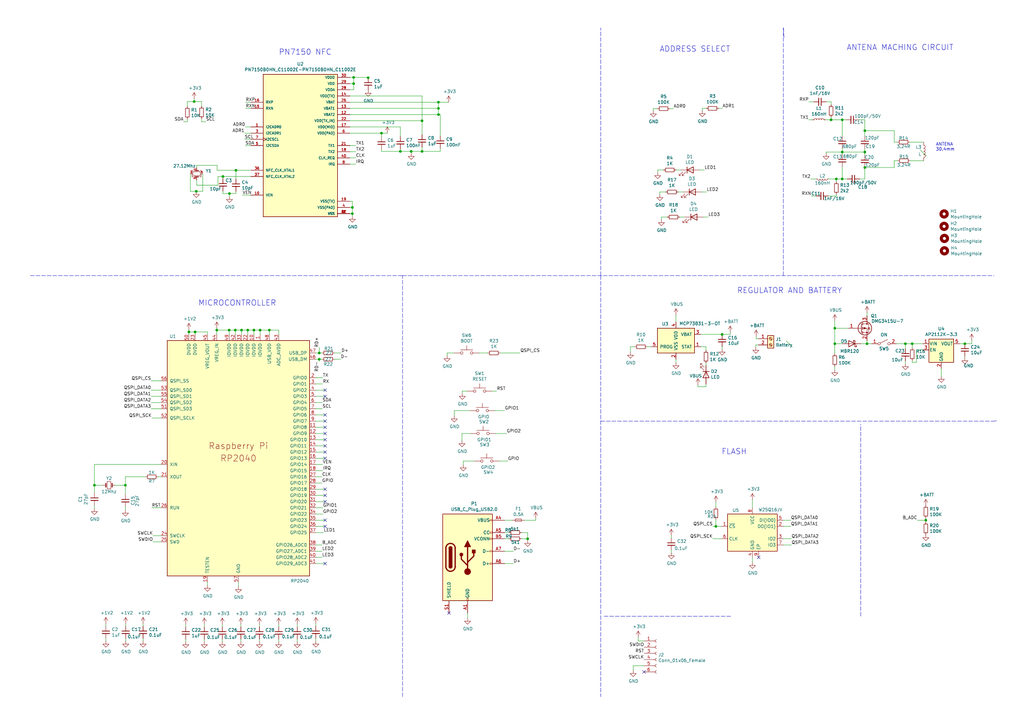
<source format=kicad_sch>
(kicad_sch (version 20211123) (generator eeschema)
  (paper "A3")
  (title_block (title "Hunter Cat NFC") (date "2020-10-05") (rev "1.2") (company "Electronic Cats") (comment 3 "Eduardo Contreras") (comment 4 "Andres Sabas"))
  (junction (at 77.47 136.144))
  (junction (at 343.027 73.406))
  (junction (at 179.832 44.45))
  (junction (at 216.408 220.98))
  (junction (at 144.526 87.63))
  (junction (at 342.392 140.97))
  (junction (at 104.14 135.382))
  (junction (at 164.211 62.103))
  (junction (at 156.464 54.61))
  (junction (at 145.034 34.29))
  (junction (at 345.44 49.149))
  (junction (at 168.656 62.103))
  (junction (at 51.435 199.009))
  (junction (at 293.624 215.9))
  (junction (at 345.44 62.357))
  (junction (at 96.52 135.382))
  (junction (at 354.711 62.357))
  (junction (at 91.44 72.39))
  (junction (at 374.142 140.97))
  (junction (at 296.164 137.16))
  (junction (at 340.868 49.149))
  (junction (at 345.44 73.406))
  (junction (at 110.49 135.382))
  (junction (at 96.774 69.85))
  (junction (at 379.73 213.36))
  (junction (at 94.107 79.375))
  (junction (at 79.629 41.656))
  (junction (at 342.392 134.62))
  (junction (at 151.003 31.877))
  (junction (at 179.832 46.99))
  (junction (at 354.711 68.707))
  (junction (at 130.937 147.32))
  (junction (at 371.348 140.97))
  (junction (at 80.01 136.144))
  (junction (at 80.518 78.486))
  (junction (at 99.06 135.382))
  (junction (at 130.937 144.78))
  (junction (at 395.732 140.97))
  (junction (at 144.526 85.09))
  (junction (at 145.034 31.75))
  (junction (at 173.101 49.53))
  (junction (at 179.832 41.91))
  (junction (at 355.6 140.97))
  (junction (at 38.735 199.009))
  (junction (at 173.101 62.103))
  (junction (at 354.711 53.594))
  (junction (at 101.6 135.382))
  (junction (at 106.68 135.382))
  (junction (at 88.9 135.382))
  (junction (at 93.98 135.382))
  (no_connect (at 133.35 160.02))
  (no_connect (at 133.35 162.56))
  (no_connect (at 133.35 200.66))
  (no_connect (at 133.35 203.2))
  (no_connect (at 133.35 205.74))
  (no_connect (at 133.35 213.36))
  (no_connect (at 133.35 215.9))
  (no_connect (at 133.35 185.42))
  (no_connect (at 133.35 187.96))
  (no_connect (at 133.35 170.18))
  (no_connect (at 133.35 172.72))
  (no_connect (at 133.35 175.26))
  (no_connect (at 133.35 177.8))
  (no_connect (at 133.35 180.34))
  (no_connect (at 133.35 182.88))
  (no_connect (at 264.16 275.59))
  (no_connect (at 184.15 251.46))
  (no_connect (at 133.35 231.14))
  (no_connect (at 311.15 228.6))
  (bus_entry (at 377.444 61.468) (size 2.54 2.54))
  (bus_entry (at 322.453 139.827) (size 2.54 2.54))
  (wire (pts (xy 287.401 137.16) (xy 296.164 137.16)))
  (wire (pts (xy 269.621 44.577) (xy 267.97 44.577)))
  (polyline (pts (xy 407.67 172.72) (xy 408.686 172.593)))
  (wire (pts (xy 173.101 62.103) (xy 180.594 62.103)))
  (wire (pts (xy 308.61 228.6) (xy 308.61 230.632)))
  (wire (pts (xy 345.44 49.149) (xy 345.44 55.88)))
  (wire (pts (xy 129.54 228.6) (xy 132.08 228.6)))
  (wire (pts (xy 286.893 69.723) (xy 288.925 69.723)))
  (wire (pts (xy 373.126 58.293) (xy 378.841 58.293)))
  (wire (pts (xy 143.51 49.53) (xy 173.101 49.53)))
  (wire (pts (xy 51.435 195.58) (xy 59.69 195.58)))
  (wire (pts (xy 98.806 262.128) (xy 98.806 263.144)))
  (wire (pts (xy 164.211 62.103) (xy 168.656 62.103)))
  (wire (pts (xy 143.51 41.91) (xy 179.832 41.91)))
  (wire (pts (xy 168.656 62.103) (xy 173.101 62.103)))
  (wire (pts (xy 51.562 256.794) (xy 51.562 255.778)))
  (wire (pts (xy 143.51 87.63) (xy 144.526 87.63)))
  (wire (pts (xy 83.82 257.048) (xy 83.82 256.032)))
  (wire (pts (xy 130.937 147.32) (xy 132.08 147.32)))
  (wire (pts (xy 275.336 225.679) (xy 275.336 226.695)))
  (wire (pts (xy 168.656 62.103) (xy 168.656 62.865)))
  (wire (pts (xy 88.9 135.382) (xy 88.9 134.62)))
  (wire (pts (xy 85.09 238.76) (xy 85.09 240.03)))
  (wire (pts (xy 151.003 31.75) (xy 151.003 31.877)))
  (wire (pts (xy 130.937 144.78) (xy 132.08 144.78)))
  (wire (pts (xy 296.164 137.16) (xy 299.466 137.16)))
  (polyline (pts (xy 321.31 113.03) (xy 321.31 11.43)))
  (wire (pts (xy 82.677 48.641) (xy 82.677 49.911)))
  (wire (pts (xy 129.54 167.64) (xy 132.207 167.64)))
  (wire (pts (xy 164.211 52.07) (xy 143.51 52.07)))
  (wire (pts (xy 293.624 208.026) (xy 293.624 205.994)))
  (wire (pts (xy 104.14 137.16) (xy 104.14 135.382)))
  (wire (pts (xy 357.505 140.97) (xy 355.6 140.97)))
  (wire (pts (xy 143.51 46.99) (xy 179.832 46.99)))
  (wire (pts (xy 289.56 142.24) (xy 289.56 143.764)))
  (wire (pts (xy 293.624 213.106) (xy 293.624 215.9)))
  (wire (pts (xy 143.51 54.61) (xy 156.464 54.61)))
  (wire (pts (xy 129.54 185.42) (xy 133.35 185.42)))
  (wire (pts (xy 275.336 220.599) (xy 275.336 219.583)))
  (wire (pts (xy 137.16 144.78) (xy 139.954 144.78)))
  (wire (pts (xy 66.04 167.64) (xy 61.976 167.64)))
  (wire (pts (xy 76.835 48.768) (xy 76.835 49.911)))
  (wire (pts (xy 366.776 58.293) (xy 368.046 58.293)))
  (wire (pts (xy 102.87 52.07) (xy 100.584 52.07)))
  (wire (pts (xy 375.92 148.59) (xy 374.142 148.59)))
  (wire (pts (xy 193.04 177.8) (xy 189.484 177.8)))
  (wire (pts (xy 271.272 89.027) (xy 271.272 90.043)))
  (wire (pts (xy 354.711 62.357) (xy 345.44 62.357)))
  (wire (pts (xy 145.034 34.29) (xy 145.034 31.75)))
  (polyline (pts (xy 353.06 215.4428) (xy 353.06 173.99)))
  (wire (pts (xy 129.54 157.48) (xy 132.334 157.48)))
  (wire (pts (xy 129.54 187.96) (xy 133.35 187.96)))
  (wire (pts (xy 340.868 49.149) (xy 338.455 49.149)))
  (wire (pts (xy 258.572 142.24) (xy 258.572 144.399)))
  (wire (pts (xy 129.54 162.56) (xy 133.35 162.56)))
  (wire (pts (xy 202.946 168.402) (xy 207.01 168.402)))
  (wire (pts (xy 354.711 53.594) (xy 366.776 53.594)))
  (wire (pts (xy 345.44 60.96) (xy 345.44 62.357)))
  (wire (pts (xy 371.348 148.082) (xy 371.348 149.098)))
  (wire (pts (xy 66.04 160.02) (xy 61.976 160.02)))
  (wire (pts (xy 143.51 34.29) (xy 145.034 34.29)))
  (wire (pts (xy 38.735 190.5) (xy 38.735 199.009)))
  (wire (pts (xy 343.027 73.406) (xy 339.852 73.406)))
  (wire (pts (xy 129.54 200.66) (xy 133.35 200.66)))
  (wire (pts (xy 207.01 220.98) (xy 208.788 220.98)))
  (wire (pts (xy 66.04 190.5) (xy 38.735 190.5)))
  (wire (pts (xy 321.31 223.52) (xy 324.612 223.52)))
  (wire (pts (xy 352.044 49.149) (xy 354.711 49.149)))
  (wire (pts (xy 83.185 78.486) (xy 80.518 78.486)))
  (wire (pts (xy 288.417 89.027) (xy 290.449 89.027)))
  (wire (pts (xy 342.392 134.62) (xy 342.392 131.572)))
  (wire (pts (xy 137.16 147.32) (xy 139.7 147.32)))
  (wire (pts (xy 91.44 78.359) (xy 91.44 79.375)))
  (wire (pts (xy 219.71 213.36) (xy 219.71 212.598)))
  (wire (pts (xy 204.724 189.103) (xy 208.28 189.103)))
  (wire (pts (xy 38.735 208.534) (xy 38.735 207.264)))
  (wire (pts (xy 355.6 140.97) (xy 353.187 140.97)))
  (wire (pts (xy 143.51 59.69) (xy 145.923 59.69)))
  (wire (pts (xy 89.408 72.39) (xy 91.44 72.39)))
  (wire (pts (xy 129.54 205.74) (xy 133.35 205.74)))
  (wire (pts (xy 96.774 73.406) (xy 96.774 69.85)))
  (wire (pts (xy 132.08 195.58) (xy 129.54 195.58)))
  (wire (pts (xy 99.06 137.16) (xy 99.06 135.382)))
  (wire (pts (xy 80.645 75.946) (xy 89.408 75.946)))
  (wire (pts (xy 76.2 257.048) (xy 76.2 256.032)))
  (wire (pts (xy 66.04 165.1) (xy 61.976 165.1)))
  (wire (pts (xy 91.186 257.048) (xy 91.186 256.032)))
  (wire (pts (xy 83.82 262.128) (xy 83.82 263.144)))
  (wire (pts (xy 179.832 46.99) (xy 179.832 44.45)))
  (polyline (pts (xy 299.72 252.73) (xy 247.65 252.73)))
  (wire (pts (xy 269.748 69.723) (xy 269.748 70.739)))
  (wire (pts (xy 342.392 150.241) (xy 342.392 151.638)))
  (wire (pts (xy 66.04 222.25) (xy 62.738 222.25)))
  (wire (pts (xy 129.54 203.2) (xy 133.35 203.2)))
  (wire (pts (xy 207.01 226.06) (xy 210.566 226.06)))
  (wire (pts (xy 66.04 162.56) (xy 61.976 162.56)))
  (wire (pts (xy 395.732 146.05) (xy 395.732 146.685)))
  (wire (pts (xy 286.258 158.623) (xy 286.258 157.861)))
  (wire (pts (xy 80.518 78.486) (xy 78.105 78.486)))
  (wire (pts (xy 259.715 273.05) (xy 259.715 274.955)))
  (wire (pts (xy 66.04 195.58) (xy 64.77 195.58)))
  (wire (pts (xy 43.434 256.794) (xy 43.434 255.778)))
  (wire (pts (xy 144.526 85.09) (xy 144.526 82.55)))
  (wire (pts (xy 88.9 135.382) (xy 93.98 135.382)))
  (wire (pts (xy 164.211 61.087) (xy 164.211 62.103)))
  (wire (pts (xy 310.007 141.478) (xy 310.007 142.367)))
  (wire (pts (xy 93.98 135.382) (xy 96.52 135.382)))
  (wire (pts (xy 311.023 138.938) (xy 310.134 138.938)))
  (wire (pts (xy 179.832 41.91) (xy 184.023 41.91)))
  (wire (pts (xy 66.04 219.71) (xy 62.738 219.71)))
  (wire (pts (xy 102.87 44.45) (xy 100.711 44.45)))
  (wire (pts (xy 287.401 142.24) (xy 289.56 142.24)))
  (wire (pts (xy 343.027 74.549) (xy 343.027 73.406)))
  (wire (pts (xy 143.51 62.23) (xy 145.923 62.23)))
  (wire (pts (xy 215.138 213.36) (xy 219.71 213.36)))
  (wire (pts (xy 129.54 231.14) (xy 133.35 231.14)))
  (wire (pts (xy 96.52 137.16) (xy 96.52 135.382)))
  (wire (pts (xy 343.027 79.629) (xy 343.027 80.391)))
  (wire (pts (xy 354.711 63.627) (xy 354.711 62.357)))
  (wire (pts (xy 114.3 135.382) (xy 110.49 135.382)))
  (wire (pts (xy 129.54 218.44) (xy 132.715 218.44)))
  (wire (pts (xy 288.036 44.45) (xy 288.036 45.339)))
  (wire (pts (xy 355.6 129.54) (xy 355.6 128.27)))
  (wire (pts (xy 102.87 54.61) (xy 100.33 54.61)))
  (wire (pts (xy 76.835 49.911) (xy 75.311 49.911)))
  (wire (pts (xy 354.711 73.406) (xy 354.711 68.707)))
  (polyline (pts (xy 321.31 11.43) (xy 321.564 15.367)))
  (wire (pts (xy 347.472 73.406) (xy 345.44 73.406)))
  (wire (pts (xy 76.835 41.656) (xy 79.629 41.656)))
  (wire (pts (xy 216.408 220.98) (xy 216.408 221.615)))
  (wire (pts (xy 66.04 156.21) (xy 61.976 156.21)))
  (wire (pts (xy 287.782 78.74) (xy 289.814 78.74)))
  (wire (pts (xy 299.466 137.16) (xy 299.466 136.271)))
  (wire (pts (xy 129.54 213.36) (xy 133.35 213.36)))
  (wire (pts (xy 295.91 215.9) (xy 293.624 215.9)))
  (wire (pts (xy 333.375 49.149) (xy 331.724 49.149)))
  (wire (pts (xy 51.562 261.874) (xy 51.562 262.89)))
  (wire (pts (xy 121.92 262.128) (xy 121.92 263.144)))
  (wire (pts (xy 143.51 36.83) (xy 145.034 36.83)))
  (wire (pts (xy 143.51 67.31) (xy 145.923 67.31)))
  (wire (pts (xy 289.56 148.844) (xy 289.56 149.86)))
  (wire (pts (xy 156.464 62.103) (xy 164.211 62.103)))
  (wire (pts (xy 144.526 87.63) (xy 144.526 88.646)))
  (wire (pts (xy 129.54 208.28) (xy 132.461 208.28)))
  (wire (pts (xy 129.54 160.02) (xy 133.35 160.02)))
  (wire (pts (xy 121.92 257.048) (xy 121.92 256.032)))
  (wire (pts (xy 366.776 65.913) (xy 366.776 68.707)))
  (wire (pts (xy 106.426 257.048) (xy 106.426 256.032)))
  (wire (pts (xy 379.73 212.4202) (xy 379.73 213.36)))
  (wire (pts (xy 91.44 72.39) (xy 102.87 72.39)))
  (wire (pts (xy 340.868 49.149) (xy 345.44 49.149)))
  (wire (pts (xy 273.05 78.74) (xy 270.637 78.74)))
  (wire (pts (xy 156.464 54.61) (xy 156.464 56.134)))
  (wire (pts (xy 374.142 148.59) (xy 374.142 147.828)))
  (wire (pts (xy 101.6 135.382) (xy 104.14 135.382)))
  (wire (pts (xy 76.835 43.688) (xy 76.835 41.656)))
  (wire (pts (xy 261.747 261.366) (xy 261.747 262.89)))
  (wire (pts (xy 80.645 67.818) (xy 80.645 68.707)))
  (wire (pts (xy 145.034 36.83) (xy 145.034 34.29)))
  (wire (pts (xy 89.027 67.818) (xy 80.645 67.818)))
  (wire (pts (xy 96.52 135.382) (xy 99.06 135.382)))
  (wire (pts (xy 273.685 89.027) (xy 271.272 89.027)))
  (wire (pts (xy 276.225 44.577) (xy 274.701 44.577)))
  (wire (pts (xy 279.273 69.723) (xy 277.241 69.723)))
  (wire (pts (xy 321.31 215.9) (xy 324.358 215.9)))
  (wire (pts (xy 333.756 41.783) (xy 331.724 41.783)))
  (wire (pts (xy 129.54 261.874) (xy 129.54 262.89)))
  (polyline (pts (xy 246.38 172.72) (xy 407.67 172.72)))
  (wire (pts (xy 101.6 137.16) (xy 101.6 135.382)))
  (wire (pts (xy 93.98 137.16) (xy 93.98 135.382)))
  (wire (pts (xy 82.677 49.911) (xy 84.455 49.911)))
  (wire (pts (xy 277.241 132.08) (xy 277.241 129.159)))
  (wire (pts (xy 129.54 210.82) (xy 132.461 210.82)))
  (wire (pts (xy 340.868 41.783) (xy 338.836 41.783)))
  (wire (pts (xy 345.44 68.453) (xy 345.44 73.406)))
  (wire (pts (xy 186.309 144.78) (xy 183.388 144.78)))
  (wire (pts (xy 77.47 137.16) (xy 77.47 136.144)))
  (wire (pts (xy 310.134 138.938) (xy 310.134 137.922)))
  (wire (pts (xy 213.868 218.44) (xy 216.408 218.44)))
  (wire (pts (xy 66.04 208.28) (xy 62.23 208.28)))
  (wire (pts (xy 77.47 136.144) (xy 77.47 135.128)))
  (wire (pts (xy 51.435 209.169) (xy 51.435 207.899)))
  (wire (pts (xy 106.68 135.382) (xy 106.68 137.16)))
  (wire (pts (xy 130.937 148.209) (xy 130.937 147.32)))
  (wire (pts (xy 379.73 213.36) (xy 379.73 214.1728)))
  (polyline (pts (xy 246.38 113.03) (xy 246.38 11.43)))
  (wire (pts (xy 96.774 79.375) (xy 94.107 79.375)))
  (wire (pts (xy 129.54 144.78) (xy 130.937 144.78)))
  (wire (pts (xy 345.44 62.357) (xy 338.836 62.357)))
  (wire (pts (xy 375.92 143.51) (xy 375.92 148.59)))
  (wire (pts (xy 129.54 190.5) (xy 132.334 190.5)))
  (wire (pts (xy 129.54 147.32) (xy 130.937 147.32)))
  (wire (pts (xy 88.9 137.16) (xy 88.9 135.382)))
  (wire (pts (xy 272.161 69.723) (xy 269.748 69.723)))
  (wire (pts (xy 398.526 140.97) (xy 398.526 139.573)))
  (wire (pts (xy 395.732 140.97) (xy 398.526 140.97)))
  (wire (pts (xy 51.435 199.009) (xy 51.435 202.819)))
  (wire (pts (xy 201.803 160.401) (xy 203.708 160.401)))
  (wire (pts (xy 91.44 73.279) (xy 91.44 72.39)))
  (wire (pts (xy 82.677 41.656) (xy 82.677 43.561)))
  (wire (pts (xy 371.348 140.97) (xy 374.142 140.97)))
  (wire (pts (xy 114.3 257.048) (xy 114.3 256.032)))
  (wire (pts (xy 189.992 190.627) (xy 189.992 189.103)))
  (polyline (pts (xy 12.446 113.03) (xy 165.1 113.03)))
  (wire (pts (xy 367.665 140.97) (xy 371.348 140.97)))
  (wire (pts (xy 114.3 262.128) (xy 114.3 263.144)))
  (wire (pts (xy 343.027 80.391) (xy 339.725 80.391)))
  (wire (pts (xy 58.674 256.794) (xy 58.674 255.778)))
  (wire (pts (xy 144.526 87.63) (xy 144.526 85.09)))
  (wire (pts (xy 374.142 142.748) (xy 374.142 140.97)))
  (wire (pts (xy 321.31 213.36) (xy 324.358 213.36)))
  (wire (pts (xy 207.772 177.8) (xy 203.2 177.8)))
  (wire (pts (xy 173.101 60.325) (xy 173.101 62.103)))
  (wire (pts (xy 173.101 39.37) (xy 173.101 49.53)))
  (wire (pts (xy 293.624 215.9) (xy 292.354 215.9)))
  (wire (pts (xy 143.51 39.37) (xy 173.101 39.37)))
  (wire (pts (xy 79.629 41.656) (xy 82.677 41.656)))
  (wire (pts (xy 173.101 49.53) (xy 173.101 55.245)))
  (wire (pts (xy 267.97 44.577) (xy 267.97 45.466)))
  (wire (pts (xy 371.348 143.002) (xy 371.348 140.97)))
  (wire (pts (xy 345.44 62.357) (xy 345.44 63.373)))
  (wire (pts (xy 145.034 31.75) (xy 143.51 31.75)))
  (wire (pts (xy 144.526 82.55) (xy 143.51 82.55)))
  (wire (pts (xy 66.04 171.45) (xy 62.23 171.45)))
  (wire (pts (xy 340.868 48.006) (xy 340.868 49.149)))
  (wire (pts (xy 378.46 143.51) (xy 375.92 143.51)))
  (wire (pts (xy 129.54 177.8) (xy 133.35 177.8)))
  (wire (pts (xy 97.79 238.76) (xy 97.79 240.538)))
  (wire (pts (xy 129.54 193.04) (xy 132.334 193.04)))
  (wire (pts (xy 129.54 223.52) (xy 132.08 223.52)))
  (wire (pts (xy 104.14 135.382) (xy 106.68 135.382)))
  (wire (pts (xy 51.435 195.58) (xy 51.435 199.009)))
  (wire (pts (xy 342.392 140.97) (xy 342.392 134.62)))
  (wire (pts (xy 189.611 160.401) (xy 189.611 161.29)))
  (wire (pts (xy 102.87 41.91) (xy 100.711 41.91)))
  (wire (pts (xy 164.211 56.007) (xy 164.211 52.07)))
  (wire (pts (xy 354.711 68.707) (xy 366.776 68.707)))
  (wire (pts (xy 79.629 41.656) (xy 79.629 40.513)))
  (wire (pts (xy 129.54 226.06) (xy 132.08 226.06)))
  (wire (pts (xy 189.484 177.8) (xy 189.484 180.721)))
  (wire (pts (xy 94.107 79.375) (xy 94.107 80.518)))
  (polyline (pts (xy 246.38 113.03) (xy 246.38 285.75)))
  (wire (pts (xy 354.711 53.594) (xy 354.711 55.88)))
  (wire (pts (xy 270.637 78.74) (xy 270.637 79.756)))
  (wire (pts (xy 338.836 62.357) (xy 338.836 62.865)))
  (wire (pts (xy 58.674 261.874) (xy 58.674 262.89)))
  (wire (pts (xy 143.51 64.77) (xy 145.923 64.77)))
  (wire (pts (xy 342.392 140.97) (xy 342.392 145.161)))
  (wire (pts (xy 89.027 69.85) (xy 89.027 67.818)))
  (wire (pts (xy 334.645 80.391) (xy 332.74 80.391)))
  (wire (pts (xy 186.309 168.402) (xy 186.309 170.561)))
  (wire (pts (xy 102.87 57.15) (xy 100.33 57.15)))
  (wire (pts (xy 180.594 62.103) (xy 180.594 60.833)))
  (wire (pts (xy 96.774 78.486) (xy 96.774 79.375)))
  (wire (pts (xy 129.54 182.88) (xy 133.35 182.88)))
  (polyline (pts (xy 353.06 252.73) (xy 353.06 215.4428)))
  (wire (pts (xy 368.173 65.913) (xy 366.776 65.913)))
  (wire (pts (xy 129.54 180.34) (xy 133.35 180.34)))
  (wire (pts (xy 192.786 168.402) (xy 186.309 168.402)))
  (wire (pts (xy 106.426 262.128) (xy 106.426 263.144)))
  (wire (pts (xy 345.44 49.149) (xy 346.964 49.149)))
  (wire (pts (xy 89.027 69.85) (xy 96.774 69.85)))
  (wire (pts (xy 289.56 157.48) (xy 289.56 158.623)))
  (wire (pts (xy 110.49 135.382) (xy 106.68 135.382)))
  (wire (pts (xy 99.06 135.382) (xy 101.6 135.382)))
  (wire (pts (xy 38.735 199.009) (xy 42.164 199.009)))
  (wire (pts (xy 179.832 46.99) (xy 180.594 46.99)))
  (wire (pts (xy 129.54 175.26) (xy 133.35 175.26)))
  (wire (pts (xy 143.51 44.45) (xy 179.832 44.45)))
  (wire (pts (xy 145.034 31.75) (xy 151.003 31.75)))
  (polyline (pts (xy 165.1 285.75) (xy 165.1 113.03)))
  (wire (pts (xy 156.464 54.61) (xy 158.877 54.61)))
  (wire (pts (xy 354.711 62.357) (xy 354.711 60.96)))
  (wire (pts (xy 205.105 144.78) (xy 213.36 144.78)))
  (wire (pts (xy 76.2 262.128) (xy 76.2 263.144)))
  (wire (pts (xy 132.08 198.12) (xy 129.54 198.12)))
  (wire (pts (xy 295.91 220.98) (xy 292.354 220.98)))
  (wire (pts (xy 347.98 134.62) (xy 342.392 134.62)))
  (wire (pts (xy 129.54 154.94) (xy 132.334 154.94)))
  (wire (pts (xy 345.567 140.97) (xy 342.392 140.97)))
  (wire (pts (xy 85.09 137.16) (xy 85.09 136.144)))
  (wire (pts (xy 85.09 136.144) (xy 80.01 136.144)))
  (wire (pts (xy 345.44 73.406) (xy 343.027 73.406)))
  (wire (pts (xy 321.31 220.98) (xy 324.612 220.98)))
  (wire (pts (xy 114.3 137.16) (xy 114.3 135.382)))
  (wire (pts (xy 207.01 213.36) (xy 210.058 213.36)))
  (wire (pts (xy 179.832 44.45) (xy 179.832 41.91)))
  (wire (pts (xy 43.434 261.874) (xy 43.434 262.89)))
  (wire (pts (xy 280.162 78.74) (xy 278.13 78.74)))
  (wire (pts (xy 80.01 136.144) (xy 80.01 137.16)))
  (wire (pts (xy 289.56 158.623) (xy 286.258 158.623)))
  (wire (pts (xy 264.16 273.05) (xy 259.715 273.05)))
  (wire (pts (xy 129.54 172.72) (xy 133.35 172.72)))
  (wire (pts (xy 78.105 78.486) (xy 78.105 71.247)))
  (wire (pts (xy 102.87 59.69) (xy 100.584 59.69)))
  (wire (pts (xy 102.87 69.85) (xy 96.774 69.85)))
  (wire (pts (xy 102.87 80.01) (xy 99.441 80.01)))
  (polyline (pts (xy 165.1 113.03) (xy 407.67 113.03)))
  (wire (pts (xy 80.645 73.787) (xy 80.645 75.946)))
  (wire (pts (xy 196.469 144.78) (xy 200.025 144.78)))
  (wire (pts (xy 91.44 79.375) (xy 94.107 79.375)))
  (wire (pts (xy 354.711 49.149) (xy 354.711 53.594)))
  (wire (pts (xy 261.747 262.89) (xy 264.16 262.89)))
  (wire (pts (xy 156.464 61.214) (xy 156.464 62.103)))
  (wire (pts (xy 143.51 85.09) (xy 144.526 85.09)))
  (wire (pts (xy 207.01 231.14) (xy 210.566 231.14)))
  (wire (pts (xy 311.023 141.478) (xy 310.007 141.478)))
  (wire (pts (xy 83.185 71.247) (xy 83.185 78.486)))
  (wire (pts (xy 289.687 44.45) (xy 288.036 44.45)))
  (wire (pts (xy 352.552 73.406) (xy 354.711 73.406)))
  (wire (pts (xy 191.77 251.46) (xy 191.77 253.492)))
  (wire (pts (xy 267.081 142.24) (xy 265.43 142.24)))
  (wire (pts (xy 334.772 73.406) (xy 332.486 73.406)))
  (wire (pts (xy 213.868 220.98) (xy 216.408 220.98)))
  (wire (pts (xy 191.643 160.401) (xy 189.611 160.401)))
  (wire (pts (xy 129.54 256.794) (xy 129.54 255.778)))
  (wire (pts (xy 355.6 139.7) (xy 355.6 140.97)))
  (wire (pts (xy 340.868 42.926) (xy 340.868 41.783)))
  (wire (pts (xy 98.806 257.048) (xy 98.806 256.032)))
  (wire (pts (xy 91.186 262.128) (xy 91.186 263.144)))
  (wire (pts (xy 277.241 147.32) (xy 277.241 148.717)))
  (wire (pts (xy 378.46 140.97) (xy 374.142 140.97)))
  (wire (pts (xy 296.291 44.45) (xy 294.767 44.45)))
  (wire (pts (xy 296.164 142.24) (xy 296.164 143.129)))
  (wire (pts (xy 280.797 89.027) (xy 278.765 89.027)))
  (wire (pts (xy 129.54 170.18) (xy 133.35 170.18)))
  (wire (pts (xy 366.776 53.594) (xy 366.776 58.293)))
  (wire (pts (xy 379.73 213.36) (xy 376.1994 213.36)))
  (wire (pts (xy 373.253 65.913) (xy 378.841 65.913)))
  (wire (pts (xy 130.937 142.494) (xy 130.937 144.78)))
  (wire (pts (xy 260.35 142.24) (xy 258.572 142.24)))
  (wire (pts (xy 207.01 218.44) (xy 208.788 218.44)))
  (wire (pts (xy 89.408 75.946) (xy 89.408 72.39)))
  (wire (pts (xy 47.244 199.009) (xy 51.435 199.009)))
  (wire (pts (xy 308.61 208.28) (xy 308.61 204.978)))
  (wire (pts (xy 386.08 151.13) (xy 386.08 154.305)))
  (wire (pts (xy 216.408 218.44) (xy 216.408 220.98)))
  (wire (pts (xy 110.49 137.16) (xy 110.49 135.382)))
  (wire (pts (xy 180.594 46.99) (xy 180.594 55.753)))
  (wire (pts (xy 38.735 199.009) (xy 38.735 202.184)))
  (wire (pts (xy 129.54 165.1) (xy 132.207 165.1)))
  (wire (pts (xy 189.992 189.103) (xy 194.564 189.103)))
  (wire (pts (xy 183.388 144.78) (xy 183.388 145.796)))
  (wire (pts (xy 77.47 136.144) (xy 80.01 136.144)))
  (wire (pts (xy 129.54 215.9) (xy 133.35 215.9)))
  (wire (pts (xy 393.7 140.97) (xy 395.732 140.97)))
  (text "ADDRESS SELECT" (at 270.51 21.59 0) (effects (font (size 2.2606 2.2606)) (justify left bottom)))
  (text "PN7150 NFC" (at 114.3 22.86 0) (effects (font (size 2.2606 2.2606)) (justify left bottom)))
  (text "ANTENA MACHING CIRCUIT" (at 347.218 20.955 0) (effects (font (size 2.2606 2.2606)) (justify left bottom)))
  (text "REGULATOR AND BATTERY" (at 302.26 120.65 0) (effects (font (size 2.2606 2.2606)) (justify left bottom)))
  (text "MICROCONTROLLER" (at 81.28 125.73 0) (effects (font (size 2.2606 2.2606)) (justify left bottom)))
  (text "FLASH" (at 295.91 186.69 0) (effects (font (size 2.2606 2.2606)) (justify left bottom)))
  (text "ANTENA\n30.4mm\n" (at 383.794 62.103 0) (effects (font (size 1.27 1.27)) (justify left bottom)))
  (label "RXN" (at 332.74 80.391 180))
  (label "GPIO2" (at 132.461 210.82 0))
  (label "QSPI_DATA2" (at 324.612 220.98 0))
  (label "QSPI_SCK" (at 292.354 220.98 180))
  (label "QSPI_CS" (at 292.354 215.9 180))
  (label "D+" (at 210.566 231.14 0))
  (label "SDA" (at 75.311 49.911 180))
  (label "GPIO1" (at 132.461 208.28 0))
  (label "QSPI_DATA3" (at 324.612 223.52 0))
  (label "TX1" (at 145.923 59.69 0))
  (label "RXP" (at 331.724 41.783 180))
  (label "QSPI_CS" (at 61.976 156.21 180))
  (label "D+" (at 139.954 144.78 0))
  (label "TX2" (at 145.923 62.23 0))
  (label "LED1" (at 132.715 218.44 0))
  (label "QSPI_DATA0" (at 324.358 213.36 0))
  (label "RST" (at 264.16 267.97 180))
  (label "RST" (at 62.23 208.28 0))
  (label "B_ADC" (at 132.08 223.52 0))
  (label "RST" (at 203.708 160.401 0))
  (label "SWDIO" (at 62.738 222.25 180))
  (label "RXP" (at 100.711 41.91 0))
  (label "D-" (at 210.566 226.06 0))
  (label "ADR1" (at 296.291 44.45 0))
  (label "SWDIO" (at 264.16 265.43 180))
  (label "QSPI_CS" (at 213.36 144.78 0))
  (label "LED2" (at 132.08 226.06 0))
  (label "SWCLK" (at 264.16 270.51 180))
  (label "GPIO" (at 208.28 189.103 0))
  (label "D-" (at 139.7 147.32 0))
  (label "TX" (at 132.334 154.94 0))
  (label "SDA" (at 132.207 165.1 0))
  (label "ADR0" (at 276.225 44.577 0))
  (label "SWCLK" (at 62.738 219.71 180))
  (label "VEN" (at 99.441 80.01 0))
  (label "CLK" (at 132.08 195.58 0))
  (label "SCL" (at 100.33 57.15 0))
  (label "ADR0" (at 100.584 52.07 180))
  (label "RXN" (at 100.711 44.45 0))
  (label "B_ADC" (at 376.1994 213.36 180))
  (label "LED3" (at 132.08 228.6 0))
  (label "QSPI_DATA1" (at 324.358 215.9 0))
  (label "QSPI_DATA0" (at 61.976 160.02 180))
  (label "TX1" (at 331.724 49.149 180))
  (label "SCL" (at 132.207 167.64 0))
  (label "LED3" (at 290.449 89.027 0))
  (label "TX2" (at 332.486 73.406 180))
  (label "RX" (at 132.334 157.48 0))
  (label "GPIO" (at 132.08 198.12 0))
  (label "LED1" (at 288.925 69.723 0))
  (label "GPIO1" (at 207.01 168.402 0))
  (label "SDA" (at 100.584 59.69 0))
  (label "SCL" (at 84.455 49.911 0))
  (label "QSPI_SCK" (at 62.23 171.45 180))
  (label "QSPI_DATA3" (at 61.976 167.64 180))
  (label "VEN" (at 132.334 190.5 0))
  (label "CLK" (at 145.923 64.77 0))
  (label "QSPI_DATA2" (at 61.976 165.1 180))
  (label "RD+" (at 130.937 142.494 90))
  (label "ADR1" (at 100.33 54.61 180))
  (label "LED2" (at 289.814 78.74 0))
  (label "IRQ" (at 132.334 193.04 0))
  (label "GPIO2" (at 207.772 177.8 0))
  (label "QSPI_DATA1" (at 61.976 162.56 180))
  (label "IRQ" (at 145.923 67.31 0))
  (label "RD-" (at 130.937 148.209 270))
  (symbol (lib_id "power:GND") (at 144.526 88.646 0) (unit 1)
    (property "Reference" "#PWR07" (effects hide))
    (property "Value" "GND" (at 144.653 93.0402 0))
  )
  (symbol (lib_id "Device:C_Small") (at 96.774 75.946 0) (unit 1)
    (property "Reference" "C4" (at 99.1108 74.7776 0) (effects (justify left)))
    (property "Value" "10pF" (at 99.1108 77.089 0) (effects (justify left)))
    (property "Footprint" "Capacitor_SMD:C_0603_1608Metric_Pad1.05x0.95mm_HandSolder" (effects hide))
    (property "manf#" "885012007076" (effects hide))
    (property "provedor" "LCSC" (effects hide))
  )
  (symbol (lib_id "Device:C_Small") (at 91.44 75.819 0) (unit 1)
    (property "Reference" "C3" (at 92.456 74.041 0) (effects (justify left)))
    (property "Value" "10pF" (at 85.979 77.47 0) (effects (justify left)))
    (property "Footprint" "Capacitor_SMD:C_0603_1608Metric_Pad1.05x0.95mm_HandSolder" (effects hide))
    (property "manf#" "885012007076" (effects hide))
    (property "provedor" "LCSC" (effects hide))
  )
  (symbol (lib_id "Device:Crystal_GND24_Small") (at 80.645 71.247 270) (unit 1)
    (property "Reference" "Y1" (at 84.3026 70.0786 90) (effects (justify left)))
    (property "Value" "27.12Mhz" (at 70.993 68.072 90) (effects (justify left)))
    (property "Footprint" "Crystal:Crystal_SMD_2016-4Pin_2.0x1.6mm" (effects hide))
    (property "Datasheet" "https://www.mouser.mx/datasheet/2/122/ecx_1637-12794.pdf" (effects hide))
    (property "manf#" "520-271.2-6-37-JTNT" (effects hide))
    (property "provedor" "MOUSER" (effects hide))
    (property "LCSC#" "-" (effects hide))
  )
  (symbol (lib_id "power:GND") (at 94.107 80.518 0) (unit 1)
    (property "Reference" "#PWR06" (effects hide))
    (property "Value" "GND" (at 94.234 84.9122 0))
  )
  (symbol (lib_id "Device:C_Small") (at 173.101 57.785 0) (unit 1)
    (property "Reference" "C8" (at 175.4378 56.6166 0) (effects (justify left)))
    (property "Value" "1uF" (at 175.4378 58.928 0) (effects (justify left)))
    (property "Footprint" "Capacitor_SMD:C_0603_1608Metric_Pad1.05x0.95mm_HandSolder" (effects hide))
    (property "manf#" "885012207078" (effects hide))
    (property "provedor" "LCSC" (effects hide))
    (property "LCSC#" "C26413" (effects hide))
  )
  (symbol (lib_id "Device:C_Small") (at 156.464 58.674 0) (unit 1)
    (property "Reference" "C6" (at 158.8008 57.5056 0) (effects (justify left)))
    (property "Value" "1uF" (at 158.8008 59.817 0) (effects (justify left)))
    (property "Footprint" "Capacitor_SMD:C_0603_1608Metric_Pad1.05x0.95mm_HandSolder" (effects hide))
    (property "manf#" "885012207078" (effects hide))
    (property "provedor" "LCSC" (effects hide))
    (property "LCSC#" "C26413" (effects hide))
  )
  (symbol (lib_id "Device:C_Small") (at 164.211 58.547 0) (unit 1)
    (property "Reference" "C7" (at 166.5478 57.3786 0) (effects (justify left)))
    (property "Value" "100nF" (at 166.5478 59.69 0) (effects (justify left)))
    (property "Footprint" "Capacitor_SMD:C_0603_1608Metric_Pad1.05x0.95mm_HandSolder" (effects hide))
    (property "manf#" "885012207072" (effects hide))
    (property "provedor" "LCSC" (effects hide))
    (property "LCSC#" "C387984" (effects hide))
  )
  (symbol (lib_id "Device:C_Small") (at 180.594 58.293 0) (unit 1)
    (property "Reference" "C9" (at 182.9308 57.1246 0) (effects (justify left)))
    (property "Value" "100nF" (at 182.9308 59.436 0) (effects (justify left)))
    (property "Footprint" "Capacitor_SMD:C_0603_1608Metric_Pad1.05x0.95mm_HandSolder" (effects hide))
    (property "manf#" "885012207072" (effects hide))
    (property "provedor" "LCSC" (effects hide))
    (property "LCSC#" "C387984" (effects hide))
  )
  (symbol (lib_id "power:GND") (at 168.656 62.865 0) (unit 1)
    (property "Reference" "#PWR015" (effects hide))
    (property "Value" "GND" (at 168.783 67.2592 0))
  )
  (symbol (lib_id "Device:C_Small") (at 151.003 34.417 0) (unit 1)
    (property "Reference" "C5" (at 153.3398 33.2486 0) (effects (justify left)))
    (property "Value" "1uF" (at 153.3398 35.56 0) (effects (justify left)))
    (property "Footprint" "Capacitor_SMD:C_0603_1608Metric_Pad1.05x0.95mm_HandSolder" (effects hide))
    (property "manf#" "885012207078" (effects hide))
    (property "provedor" "LCSC" (effects hide))
    (property "LCSC#" "C26413" (effects hide))
  )
  (symbol (lib_id "power:GND") (at 151.003 36.957 0) (unit 1)
    (property "Reference" "#PWR08" (effects hide))
    (property "Value" "GND" (at 151.13 41.3512 0))
  )
  (symbol (lib_id "HunterCat-NFC-rescue:AP2112K-3.3-Regulator_Linear") (at 386.08 143.51 0) (unit 1)
    (property "Reference" "U4" (at 386.08 134.8232 0))
    (property "Value" "AP2112K-3.3" (at 386.08 137.1346 0))
    (property "Footprint" "Package_TO_SOT_SMD:SOT-23-5" (effects hide))
    (property "Datasheet" "https://www.diodes.com/assets/Datasheets/AP2112.pdf" (effects hide))
    (property "manf#" "AP2112K-3.3" (effects hide))
    (property "provedor" "MOUSER" (effects hide))
    (property "LCSC#" "-" (effects hide))
  )
  (symbol (lib_id "Device:C_Small") (at 336.296 41.783 270) (unit 1)
    (property "Reference" "C10" (at 336.296 35.9664 90))
    (property "Value" "1nF/16V" (at 336.296 38.2778 90))
    (property "Footprint" "Capacitor_SMD:C_0603_1608Metric_Pad1.05x0.95mm_HandSolder" (effects hide))
    (property "manf#" "CC0201JRX7R7BB102" (effects hide))
    (property "provedor" "MOUSER" (effects hide))
  )
  (symbol (lib_id "Device:C_Small") (at 349.504 49.149 270) (unit 1)
    (property "Reference" "C14" (at 352.171 50.165 90))
    (property "Value" "100pF/50V" (at 355.854 47.625 90))
    (property "Footprint" "Capacitor_SMD:C_0603_1608Metric_Pad1.05x0.95mm_HandSolder" (effects hide))
    (property "manf#" "06035A101JAT4A" (effects hide))
    (property "provedor" "MOUSER" (effects hide))
  )
  (symbol (lib_id "Device:C_Small") (at 345.44 58.42 0) (unit 1)
    (property "Reference" "C12" (at 341.63 56.896 0) (effects (justify left)))
    (property "Value" "680pF" (at 345.44 60.071 0) (effects (justify left)))
    (property "Footprint" "Capacitor_SMD:C_0603_1608Metric_Pad1.05x0.95mm_HandSolder" (effects hide))
    (property "manf#" "885012206107" (effects hide))
    (property "provedor" "MOUSER" (effects hide))
  )
  (symbol (lib_id "Device:C_Small") (at 354.711 58.42 0) (unit 1)
    (property "Reference" "C19" (at 354.965 60.071 0) (effects (justify left)))
    (property "Value" "120pF" (at 354.711 56.515 0) (effects (justify left)))
    (property "Footprint" "Capacitor_SMD:C_0603_1608Metric_Pad1.05x0.95mm_HandSolder" (effects hide))
    (property "manf#" "C0603C121J5GAC" (effects hide))
    (property "provedor" "LCSC" (effects hide))
  )
  (symbol (lib_id "Device:C_Small") (at 345.44 65.913 0) (unit 1)
    (property "Reference" "C13" (at 341.63 64.262 0) (effects (justify left)))
    (property "Value" "680pF" (at 345.694 64.135 0) (effects (justify left)))
    (property "Footprint" "Capacitor_SMD:C_0603_1608Metric_Pad1.05x0.95mm_HandSolder" (effects hide))
    (property "manf#" "885012206107" (effects hide))
    (property "provedor" "MOUSER" (effects hide))
  )
  (symbol (lib_id "Device:C_Small") (at 354.711 66.167 0) (unit 1)
    (property "Reference" "C20" (at 354.584 64.516 0) (effects (justify left)))
    (property "Value" "120pF" (at 354.838 67.691 0) (effects (justify left)))
    (property "Footprint" "Capacitor_SMD:C_0603_1608Metric_Pad1.05x0.95mm_HandSolder" (effects hide))
    (property "manf#" "C0603C121J5GAC" (effects hide))
    (property "provedor" "LCSC" (effects hide))
  )
  (symbol (lib_id "Device:C_Small") (at 350.012 73.406 270) (unit 1)
    (property "Reference" "C18" (at 353.822 76.708 90))
    (property "Value" "100pF/50V" (at 354.076 74.93 90))
    (property "Footprint" "Capacitor_SMD:C_0603_1608Metric_Pad1.05x0.95mm_HandSolder" (effects hide))
    (property "manf#" "06035A101JAT4A" (effects hide))
    (property "provedor" "MOUSER" (effects hide))
  )
  (symbol (lib_id "Device:C_Small") (at 337.185 80.391 270) (unit 1)
    (property "Reference" "C11" (at 334.645 79.375 90))
    (property "Value" "1nF/16V" (at 342.138 81.407 90))
    (property "Footprint" "Capacitor_SMD:C_0603_1608Metric_Pad1.05x0.95mm_HandSolder" (effects hide))
    (property "manf#" "CC0201JRX7R7BB102" (effects hide))
    (property "provedor" "MOUSER" (effects hide))
  )
  (symbol (lib_id "Device:L_Small") (at 337.312 73.406 270) (unit 1)
    (property "Reference" "L2" (at 337.312 72.136 90))
    (property "Value" "160nH" (at 337.312 75.057 90))
    (property "Footprint" "Inductor_SMD:L_0603_1608Metric_Pad1.05x0.95mm_HandSolder" (effects hide))
    (property "manf#" "MLJ1608WR16JT000" (effects hide))
    (property "LCSC#" "C434822" (effects hide))
    (property "provedor" "LCSC" (effects hide))
  )
  (symbol (lib_id "Device:L_Small") (at 335.915 49.149 90) (unit 1)
    (property "Reference" "L1" (at 335.915 44.45 90))
    (property "Value" "160nH" (at 335.915 46.7614 90))
    (property "Footprint" "Inductor_SMD:L_0603_1608Metric_Pad1.05x0.95mm_HandSolder" (effects hide))
    (property "manf#" "MLJ1608WR16JT000" (effects hide))
    (property "LCSC#" "C434822" (effects hide))
    (property "provedor" "LCSC" (effects hide))
  )
  (symbol (lib_id "Device:R_Small") (at 340.868 45.466 0) (unit 1)
    (property "Reference" "R11" (at 342.3666 44.2976 0) (effects (justify left)))
    (property "Value" "2k2" (at 342.3666 46.609 0) (effects (justify left)))
    (property "Footprint" "Resistor_SMD:R_0603_1608Metric_Pad1.05x0.95mm_HandSolder" (effects hide))
    (property "manf#" "RC0603JR-072K2L" (effects hide))
    (property "LCSC#" "C217937" (effects hide))
    (property "provedor" "LCSC" (effects hide))
  )
  (symbol (lib_id "Device:R_Small") (at 343.027 77.089 0) (unit 1)
    (property "Reference" "R13" (at 344.5256 75.9206 0) (effects (justify left)))
    (property "Value" "2k2" (at 344.5256 78.232 0) (effects (justify left)))
    (property "Footprint" "Resistor_SMD:R_0603_1608Metric_Pad1.05x0.95mm_HandSolder" (effects hide))
    (property "manf#" "RC0603JR-072K2L" (effects hide))
    (property "LCSC#" "C217937" (effects hide))
    (property "provedor" "LCSC" (effects hide))
  )
  (symbol (lib_id "Device:R_Small") (at 370.713 65.913 270) (unit 1)
    (property "Reference" "R15" (at 370.713 64.262 90))
    (property "Value" "3.24R" (at 370.713 67.691 90))
    (property "Footprint" "Resistor_SMD:R_0603_1608Metric_Pad1.05x0.95mm_HandSolder" (effects hide))
    (property "manf#" "RC0603FR-073R4L" (effects hide))
    (property "provedor" "MOUSER" (effects hide))
  )
  (symbol (lib_id "Device:R_Small") (at 370.586 58.293 270) (unit 1)
    (property "Reference" "R14" (at 370.586 56.642 90))
    (property "Value" "3.24R" (at 370.586 60.071 90))
    (property "Footprint" "Resistor_SMD:R_0603_1608Metric_Pad1.05x0.95mm_HandSolder" (effects hide))
    (property "manf#" "RC0603FR-073R4L" (effects hide))
    (property "provedor" "MOUSER" (effects hide))
  )
  (symbol (lib_id "power:+3V3") (at 158.877 54.61 0) (unit 1)
    (property "Reference" "#PWR09" (effects hide))
    (property "Value" "+3V3" (at 159.258 50.2158 0))
  )
  (symbol (lib_id "Device:R_Small") (at 76.835 46.228 0) (unit 1)
    (property "Reference" "R1" (at 78.3336 45.0596 0) (effects (justify left)))
    (property "Value" "10K" (at 78.3336 47.371 0) (effects (justify left)))
    (property "Footprint" "Resistor_SMD:R_0603_1608Metric_Pad1.05x0.95mm_HandSolder" (effects hide))
    (property "manf#" "-" (effects hide))
    (property "LCSC#" "C15401" (effects hide))
    (property "provedor" "LCSC" (effects hide))
  )
  (symbol (lib_id "Device:R_Small") (at 82.677 46.101 0) (unit 1)
    (property "Reference" "R2" (at 84.1756 44.9326 0) (effects (justify left)))
    (property "Value" "10K" (at 84.1756 47.244 0) (effects (justify left)))
    (property "Footprint" "Resistor_SMD:R_0603_1608Metric_Pad1.05x0.95mm_HandSolder" (effects hide))
    (property "manf#" "-" (effects hide))
    (property "LCSC#" "C15401" (effects hide))
    (property "provedor" "LCSC" (effects hide))
  )
  (symbol (lib_id "power:GND") (at 338.836 62.865 0) (unit 1)
    (property "Reference" "#PWR025" (effects hide))
    (property "Value" "GND" (at 338.963 67.2592 0))
  )
  (symbol (lib_id "power:+3V3") (at 79.629 40.513 0) (unit 1)
    (property "Reference" "#PWR02" (effects hide))
    (property "Value" "+3V3" (at 80.01 36.1188 0))
  )
  (symbol (lib_id "Switch:SW_Push") (at 196.723 160.401 0) (unit 1)
    (property "Reference" "SW1" (at 196.723 153.162 0))
    (property "Value" "RESET" (at 196.723 155.4734 0))
    (property "Footprint" "Button_Switch_SMD:SW_SPST_TL3342" (effects hide))
    (property "manf#" "-" (effects hide))
    (property "LCSC#" "C318890" (effects hide))
    (property "provedor" "LCSC" (effects hide))
  )
  (symbol (lib_id "Device:LED") (at 283.083 69.723 0) (unit 1)
    (property "Reference" "D1" (at 282.9052 64.2366 0))
    (property "Value" "LED" (at 282.9052 66.548 0))
    (property "Footprint" "LED_SMD:LED_0805_2012Metric_Pad1.15x1.40mm_HandSolder" (effects hide))
    (property "manf#" "-" (effects hide))
    (property "provedor" "LCSC" (effects hide))
    (property "LCSC#" "C130114" (effects hide))
  )
  (symbol (lib_id "Device:R_Small") (at 274.701 69.723 270) (unit 1)
    (property "Reference" "R4" (at 274.701 64.7446 90))
    (property "Value" "1K" (at 274.701 67.056 90))
    (property "Footprint" "Resistor_SMD:R_0603_1608Metric_Pad1.05x0.95mm_HandSolder" (effects hide))
    (property "manf#" "CRCW08051K50FKEAC" (effects hide))
    (property "LCSC#" "C517454" (effects hide))
    (property "provedor" "LCSC" (effects hide))
  )
  (symbol (lib_id "power:GND") (at 269.748 70.739 0) (unit 1)
    (property "Reference" "#PWR011" (effects hide))
    (property "Value" "GND" (at 269.875 75.1332 0))
  )
  (symbol (lib_id "power:GND") (at 189.611 161.29 0) (unit 1)
    (property "Reference" "#PWR013" (effects hide))
    (property "Value" "GND" (at 189.738 165.6842 0))
  )
  (symbol (lib_id "Device:R_Small") (at 272.161 44.577 270) (unit 1)
    (property "Reference" "R5" (at 272.161 39.5986 90))
    (property "Value" "100K" (at 272.161 41.91 90))
    (property "Footprint" "Resistor_SMD:R_0603_1608Metric_Pad1.05x0.95mm_HandSolder" (effects hide))
    (property "manf#" "ERJ6RBD1003V" (effects hide))
    (property "LCSC#" "C15458" (effects hide))
    (property "provedor" "LCSC" (effects hide))
  )
  (symbol (lib_id "power:GND") (at 267.97 45.466 0) (unit 1)
    (property "Reference" "#PWR012" (effects hide))
    (property "Value" "GND" (at 268.097 49.8602 0))
  )
  (symbol (lib_id "Device:R_Small") (at 292.227 44.45 270) (unit 1)
    (property "Reference" "R3" (at 292.227 39.4716 90))
    (property "Value" "100K" (at 292.227 41.783 90))
    (property "Footprint" "Resistor_SMD:R_0603_1608Metric_Pad1.05x0.95mm_HandSolder" (effects hide))
    (property "manf#" "ERJ6RBD1003V" (effects hide))
    (property "LCSC#" "C15458" (effects hide))
    (property "provedor" "LCSC" (effects hide))
  )
  (symbol (lib_id "power:GND") (at 288.036 45.339 0) (unit 1)
    (property "Reference" "#PWR010" (effects hide))
    (property "Value" "GND" (at 288.163 49.7332 0))
  )
  (symbol (lib_id "Device:L") (at 378.841 62.103 0) (unit 1)
    (property "Reference" "L3" (at 375.539 60.325 0) (effects (justify left)))
    (property "Value" "L" (at 376.682 63.246 0) (effects (justify left)))
    (property "Footprint" "hunter-cat-nfc:NFC-antenna30.4x30.4mm" (effects hide))
    (property "LCSC#" "-" (effects hide))
    (property "manf#" "-" (effects hide))
    (property "provedor" "-" (effects hide))
  )
  (symbol (lib_id "power:GND") (at 386.08 154.305 0) (unit 1)
    (property "Reference" "#PWR031" (effects hide))
    (property "Value" "GND" (at 386.207 158.6992 0))
  )
  (symbol (lib_id "power:+3V3") (at 398.526 139.573 0) (unit 1)
    (property "Reference" "#PWR033" (effects hide))
    (property "Value" "+3V3" (at 398.907 135.1788 0))
  )
  (symbol (lib_id "power:VBUS") (at 342.392 131.572 0) (unit 1)
    (property "Reference" "#PWR029" (effects hide))
    (property "Value" "VBUS" (at 342.773 127.1778 0))
  )
  (symbol (lib_id "HunterCat-NFC-rescue:USB_C_Plug_USB2.0-Connector") (at 191.77 228.6 0) (unit 1)
    (property "Reference" "P1" (at 194.4878 206.5782 0))
    (property "Value" "USB_C_Plug_USB2.0" (at 194.4878 208.8896 0))
    (property "Footprint" "Connectors:C393939" (effects hide))
    (property "Datasheet" "https://www.usb.org/sites/default/files/documents/usb_type-c.zip" (effects hide))
    (property "manf#" "-" (effects hide))
    (property "LCSC#" "C393939" (effects hide))
    (property "provedor" "LCSC" (effects hide))
  )
  (symbol (lib_id "power:GND") (at 191.77 253.492 0) (unit 1)
    (property "Reference" "#PWR014" (effects hide))
    (property "Value" "GND" (at 191.897 257.8862 0))
  )
  (symbol (lib_id "Device:Fuse_Small") (at 212.598 213.36 0) (unit 1)
    (property "Reference" "F1" (at 212.598 208.661 0))
    (property "Value" "0.5A" (at 212.598 210.9724 0))
    (property "Footprint" "Fuse:Fuse_0603_1608Metric_Pad1.05x0.95mm_HandSolder" (effects hide))
    (property "manf#" "MFU0805FF00500P100" (effects hide))
    (property "provedor" "MOUSER" (effects hide))
    (property "LCSC#" "-" (effects hide))
  )
  (symbol (lib_id "power:VBUS") (at 219.71 212.598 0) (unit 1)
    (property "Reference" "#PWR021" (effects hide))
    (property "Value" "VBUS" (at 220.091 208.2038 0))
  )
  (symbol (lib_id "Device:R_Small") (at 211.328 218.44 270) (unit 1)
    (property "Reference" "R8" (at 208.407 217.424 90))
    (property "Value" "5k1" (at 211.201 216.916 90))
    (property "Footprint" "Resistor_SMD:R_0603_1608Metric_Pad1.05x0.95mm_HandSolder" (effects hide))
    (property "manf#" "CR0805-FX-5101ELF" (effects hide))
    (property "LCSC#" "C131715" (effects hide))
    (property "provedor" "LCSC" (effects hide))
  )
  (symbol (lib_id "Device:R_Small") (at 211.328 220.98 270) (unit 1)
    (property "Reference" "R9" (at 208.661 219.964 90))
    (property "Value" "5k1" (at 211.455 222.377 90))
    (property "Footprint" "Resistor_SMD:R_0603_1608Metric_Pad1.05x0.95mm_HandSolder" (effects hide))
    (property "manf#" "CR0805-FX-5101ELF" (effects hide))
    (property "LCSC#" "C131715" (effects hide))
    (property "provedor" "LCSC" (effects hide))
  )
  (symbol (lib_id "power:GND") (at 216.408 221.615 0) (unit 1)
    (property "Reference" "#PWR020" (effects hide))
    (property "Value" "GND" (at 216.535 226.0092 0))
  )
  (symbol (lib_id "Battery_Management:MCP73831-3-OT") (at 277.241 139.7 0) (unit 1)
    (property "Reference" "U3" (at 272.796 132.842 0))
    (property "Value" "MCP73831-3-OT" (at 287.02 132.715 0))
    (property "Footprint" "Package_TO_SOT_SMD:SOT-23-5" (effects hide))
    (property "Datasheet" "http://ww1.microchip.com/downloads/en/DeviceDoc/20001984g.pdf" (effects hide))
    (property "manf#" "MCP73831-3-OT" (effects hide))
    (property "provedor" "MOUSER" (effects hide))
    (property "LCSC#" "-" (effects hide))
  )
  (symbol (lib_id "Device:R_Small") (at 262.89 142.24 270) (unit 1)
    (property "Reference" "R10" (at 262.89 137.2616 90))
    (property "Value" "1K" (at 262.89 139.573 90))
    (property "Footprint" "Resistor_SMD:R_0603_1608Metric_Pad1.05x0.95mm_HandSolder" (effects hide))
    (property "manf#" "CRCW08051K50FKEAC" (effects hide))
    (property "LCSC#" "C517454" (effects hide))
    (property "provedor" "LCSC" (effects hide))
  )
  (symbol (lib_id "Device:R_Small") (at 379.73 209.8802 0) (unit 1)
    (property "Reference" "R19" (at 381.2286 208.7118 0) (effects (justify left)))
    (property "Value" "100K" (at 381.2286 211.0232 0) (effects (justify left)))
    (property "Footprint" "Resistor_SMD:R_0603_1608Metric_Pad1.05x0.95mm_HandSolder" (effects hide))
    (property "manf#" "ERJ6RBD1003V" (effects hide))
    (property "LCSC#" "C15458" (effects hide))
    (property "provedor" "LCSC" (effects hide))
  )
  (symbol (lib_id "Device:R_Small") (at 379.73 216.7128 0) (unit 1)
    (property "Reference" "R20" (at 381.2286 215.5444 0) (effects (justify left)))
    (property "Value" "100K" (at 381.2286 217.8558 0) (effects (justify left)))
    (property "Footprint" "Resistor_SMD:R_0603_1608Metric_Pad1.05x0.95mm_HandSolder" (effects hide))
    (property "manf#" "ERJ6RBD1003V" (effects hide))
    (property "LCSC#" "C15458" (effects hide))
    (property "provedor" "LCSC" (effects hide))
  )
  (symbol (lib_id "power:GND") (at 277.241 148.717 0) (unit 1)
    (property "Reference" "#PWR024" (effects hide))
    (property "Value" "GND" (at 277.368 153.1112 0))
  )
  (symbol (lib_id "power:VBUS") (at 277.241 129.159 0) (unit 1)
    (property "Reference" "#PWR023" (effects hide))
    (property "Value" "VBUS" (at 277.622 124.7648 0))
  )
  (symbol (lib_id "power:+BATT") (at 379.73 207.3402 0) (unit 1)
    (property "Reference" "#PWR0107" (effects hide))
    (property "Value" "+BATT" (at 380.111 202.946 0))
  )
  (symbol (lib_id "power:GND") (at 379.73 219.2528 0) (unit 1)
    (property "Reference" "#PWR0108" (effects hide))
    (property "Value" "GND" (at 379.857 223.647 0))
  )
  (symbol (lib_id "Device:LED") (at 289.56 153.67 270) (unit 1)
    (property "Reference" "D2" (at 291.5412 152.3238 90) (effects (justify left)))
    (property "Value" "LED" (at 291.5412 154.6352 90) (effects (justify left)))
    (property "Footprint" "LED_SMD:LED_0805_2012Metric_Pad1.15x1.40mm_HandSolder" (effects hide))
    (property "manf#" "-" (effects hide))
    (property "provedor" "LCSC" (effects hide))
    (property "LCSC#" "C205441" (effects hide))
  )
  (symbol (lib_id "Device:R_Small") (at 289.56 146.304 0) (unit 1)
    (property "Reference" "R12" (at 291.0586 145.1356 0) (effects (justify left)))
    (property "Value" "1K" (at 291.0586 147.447 0) (effects (justify left)))
    (property "Footprint" "Resistor_SMD:R_0603_1608Metric_Pad1.05x0.95mm_HandSolder" (effects hide))
    (property "manf#" "CRCW08051K50FKEAC" (effects hide))
    (property "LCSC#" "C517454" (effects hide))
    (property "provedor" "LCSC" (effects hide))
  )
  (symbol (lib_id "power:VBUS") (at 286.258 157.861 0) (unit 1)
    (property "Reference" "#PWR026" (effects hide))
    (property "Value" "VBUS" (at 285.369 154.178 0))
  )
  (symbol (lib_id "Device:C_Small") (at 296.164 139.7 0) (unit 1)
    (property "Reference" "C16" (at 298.5008 138.5316 0) (effects (justify left)))
    (property "Value" "10uF" (at 298.5008 140.843 0) (effects (justify left)))
    (property "Footprint" "Capacitor_SMD:C_0603_1608Metric_Pad1.05x0.95mm_HandSolder" (effects hide))
    (property "manf#" "C0805C106K9PACTU" (effects hide))
    (property "provedor" "LCSC" (effects hide))
    (property "LCSC#" "C326057" (effects hide))
  )
  (symbol (lib_id "power:GND") (at 296.164 143.129 0) (unit 1)
    (property "Reference" "#PWR027" (effects hide))
    (property "Value" "GND" (at 296.291 147.5232 0))
  )
  (symbol (lib_id "power:+BATT") (at 299.466 136.271 0) (unit 1)
    (property "Reference" "#PWR028" (effects hide))
    (property "Value" "+BATT" (at 299.847 131.8768 0))
  )
  (symbol (lib_id "power:GND") (at 258.572 144.399 0) (unit 1)
    (property "Reference" "#PWR022" (effects hide))
    (property "Value" "GND" (at 258.699 148.7932 0))
  )
  (symbol (lib_id "Device:R_Small") (at 374.142 145.288 0) (unit 1)
    (property "Reference" "R16" (at 375.6406 144.1196 0) (effects (justify left)))
    (property "Value" "10K" (at 375.6406 146.431 0) (effects (justify left)))
    (property "Footprint" "Resistor_SMD:R_0603_1608Metric_Pad1.05x0.95mm_HandSolder" (effects hide))
    (property "manf#" "-" (effects hide))
    (property "LCSC#" "C15401" (effects hide))
    (property "provedor" "LCSC" (effects hide))
  )
  (symbol (lib_id "Device:C_Small") (at 371.348 145.542 0) (unit 1)
    (property "Reference" "C23" (at 367.157 143.891 0) (effects (justify left)))
    (property "Value" "10uF" (at 365.633 147.574 0) (effects (justify left)))
    (property "Footprint" "Capacitor_SMD:C_0603_1608Metric_Pad1.05x0.95mm_HandSolder" (effects hide))
    (property "manf#" "C0805C106K9PACTU" (effects hide))
    (property "provedor" "LCSC" (effects hide))
    (property "LCSC#" "C326057" (effects hide))
  )
  (symbol (lib_id "Device:C_Small") (at 395.732 143.51 0) (unit 1)
    (property "Reference" "C24" (at 398.0688 142.3416 0) (effects (justify left)))
    (property "Value" "10uF" (at 398.0688 144.653 0) (effects (justify left)))
    (property "Footprint" "Capacitor_SMD:C_0603_1608Metric_Pad1.05x0.95mm_HandSolder" (effects hide))
    (property "manf#" "C0805C106K9PACTU" (effects hide))
    (property "provedor" "LCSC" (effects hide))
    (property "LCSC#" "C326057" (effects hide))
  )
  (symbol (lib_id "power:GND") (at 371.348 149.098 0) (unit 1)
    (property "Reference" "#PWR030" (effects hide))
    (property "Value" "GND" (at 371.475 153.4922 0))
  )
  (symbol (lib_id "power:GND") (at 395.732 146.685 0) (unit 1)
    (property "Reference" "#PWR032" (effects hide))
    (property "Value" "GND" (at 397.256 149.987 0))
  )
  (symbol (lib_id "Connector:Screw_Terminal_01x02") (at 316.103 138.938 0) (unit 1)
    (property "Reference" "J1" (at 318.135 139.1412 0) (effects (justify left)))
    (property "Value" "Battery" (at 318.135 141.4526 0) (effects (justify left)))
    (property "Footprint" "Connector_PinSocket_2.54mm:PinSocket_2x01_P2.54mm_Vertical_SMD" (effects hide))
    (property "LCSC#" "-" (effects hide))
    (property "manf#" "-" (effects hide))
    (property "provedor" "-" (effects hide))
  )
  (symbol (lib_id "power:GND") (at 310.007 142.367 0) (unit 1)
    (property "Reference" "#PWR0101" (effects hide))
    (property "Value" "GND" (at 310.134 146.7612 0))
  )
  (symbol (lib_id "power:+BATT") (at 310.134 137.922 0) (unit 1)
    (property "Reference" "#PWR0102" (effects hide))
    (property "Value" "+BATT" (at 310.515 133.5278 0))
  )
  (symbol (lib_id "Device:LED") (at 283.972 78.74 0) (unit 1)
    (property "Reference" "D3" (at 283.7942 73.2536 0))
    (property "Value" "LED" (at 283.7942 75.565 0))
    (property "Footprint" "LED_SMD:LED_0805_2012Metric_Pad1.15x1.40mm_HandSolder" (effects hide))
    (property "manf#" "-" (effects hide))
    (property "provedor" "LCSC" (effects hide))
    (property "LCSC#" "C205442" (effects hide))
  )
  (symbol (lib_id "Device:R_Small") (at 275.59 78.74 270) (unit 1)
    (property "Reference" "R17" (at 275.59 73.7616 90))
    (property "Value" "1K" (at 275.59 76.073 90))
    (property "Footprint" "Resistor_SMD:R_0603_1608Metric_Pad1.05x0.95mm_HandSolder" (effects hide))
    (property "manf#" "CRCW08051K50FKEAC" (effects hide))
    (property "LCSC#" "C517454" (effects hide))
    (property "provedor" "LCSC" (effects hide))
  )
  (symbol (lib_id "power:GND") (at 270.637 79.756 0) (unit 1)
    (property "Reference" "#PWR0103" (effects hide))
    (property "Value" "GND" (at 270.764 84.1502 0))
  )
  (symbol (lib_id "Device:LED") (at 284.607 89.027 0) (unit 1)
    (property "Reference" "D4" (at 284.4292 83.5406 0))
    (property "Value" "LED" (at 284.4292 85.852 0))
    (property "Footprint" "LED_SMD:LED_0805_2012Metric_Pad1.15x1.40mm_HandSolder" (effects hide))
    (property "manf#" "-" (effects hide))
    (property "provedor" "LCSC" (effects hide))
    (property "LCSC#" "C84261" (effects hide))
  )
  (symbol (lib_id "Device:R_Small") (at 276.225 89.027 270) (unit 1)
    (property "Reference" "R18" (at 276.225 84.0486 90))
    (property "Value" "1K" (at 276.225 86.36 90))
    (property "Footprint" "Resistor_SMD:R_0603_1608Metric_Pad1.05x0.95mm_HandSolder" (effects hide))
    (property "manf#" "CRCW08051K50FKEAC" (effects hide))
    (property "LCSC#" "C517454" (effects hide))
    (property "provedor" "LCSC" (effects hide))
  )
  (symbol (lib_id "power:GND") (at 271.272 90.043 0) (unit 1)
    (property "Reference" "#PWR0104" (effects hide))
    (property "Value" "GND" (at 271.399 94.4372 0))
  )
  (symbol (lib_id "hunter-cat-nfc:PN7150B0HN_C11002E-PN7150B0HN_C11002E") (at 123.19 59.69 0) (unit 1)
    (property "Reference" "U2" (at 123.19 26.2382 0))
    (property "Value" "PN7150B0HN_C11002E-PN7150B0HN_C11002E" (at 123.19 28.5496 0))
    (property "Footprint" "Package_DFN_QFN:QFN-40-1EP_6x6mm_P0.5mm_EP4.6x4.6mm" (effects hide))
    (property "Datasheet" "https://www.mouser.mx/datasheet/2/302/PN7150-1386066.pdf" (effects hide))
    (property "manf#" "PN7150B0HN/C11002" (effects hide))
    (property "provedor" "MOUSER" (effects hide))
    (property "LCSC#" "-" (effects hide))
  )
  (symbol (lib_id "power:+3V3") (at 184.023 41.91 0) (unit 1)
    (property "Reference" "#PWR017" (effects hide))
    (property "Value" "+3V3" (at 184.404 37.5158 0))
  )
  (symbol (lib_id "power:GND") (at 80.518 78.486 0) (unit 1)
    (property "Reference" "#PWR0105" (effects hide))
    (property "Value" "GND" (at 80.645 82.8802 0))
  )
  (symbol (lib_id "Switch:SW_Push") (at 197.866 168.402 0) (unit 1)
    (property "Reference" "SW2" (at 198.501 172.974 0))
    (property "Value" "GPIO" (at 198.374 170.942 0))
    (property "Footprint" "Button_Switch_SMD:SW_SPST_TL3342" (effects hide))
    (property "manf#" "-" (effects hide))
    (property "LCSC#" "C318890" (effects hide))
    (property "provedor" "LCSC" (effects hide))
  )
  (symbol (lib_id "power:GND") (at 186.309 170.561 0) (unit 1)
    (property "Reference" "#PWR038" (effects hide))
    (property "Value" "GND" (at 186.436 174.9552 0))
  )
  (symbol (lib_id "Connector:Conn_01x06_Female") (at 269.24 267.97 0) (unit 1)
    (property "Reference" "J2" (at 269.9512 268.5796 0) (effects (justify left)))
    (property "Value" "Conn_01x06_Female" (at 269.9512 270.891 0) (effects (justify left)))
    (property "Footprint" "Connector:Tag-Connect_TC2030-IDC-NL_2x03_P1.27mm_Vertical" (effects hide))
    (property "LCSC#" "-" (effects hide))
    (property "manf#" "-" (effects hide))
    (property "provedor" "-" (effects hide))
  )
  (symbol (lib_id "power:+3V3") (at 261.747 261.366 0) (unit 1)
    (property "Reference" "#PWR019" (effects hide))
    (property "Value" "+3V3" (at 262.128 256.9718 0))
  )
  (symbol (lib_id "power:GND") (at 259.715 274.955 0) (unit 1)
    (property "Reference" "#PWR018" (effects hide))
    (property "Value" "GND" (at 259.842 279.3492 0))
  )
  (symbol (lib_id "Device:R_Small") (at 342.392 147.701 0) (unit 1)
    (property "Reference" "R6" (at 343.8906 146.5326 0) (effects (justify left)))
    (property "Value" "100K" (at 343.8906 148.844 0) (effects (justify left)))
    (property "Footprint" "Resistor_SMD:R_0603_1608Metric_Pad1.05x0.95mm_HandSolder" (effects hide))
    (property "manf#" "ERJ6RBD1003V" (effects hide))
    (property "LCSC#" "C15458" (effects hide))
    (property "provedor" "LCSC" (effects hide))
  )
  (symbol (lib_id "power:GND") (at 342.392 151.638 0) (unit 1)
    (property "Reference" "#PWR0106" (effects hide))
    (property "Value" "GND" (at 342.519 156.0322 0))
  )
  (symbol (lib_id "power:+BATT") (at 355.6 128.27 0) (unit 1)
    (property "Reference" "#PWR0109" (effects hide))
    (property "Value" "+BATT" (at 355.981 123.8758 0))
  )
  (symbol (lib_id "Diode:MBR340") (at 349.377 140.97 180) (unit 1)
    (property "Reference" "D5" (at 346.202 139.954 0))
    (property "Value" "MBR120" (at 348.488 144.018 0))
    (property "Footprint" "Diode_SMD:D_SOD-123F" (effects hide))
    (property "Datasheet" "http://www.onsemi.com/pub_link/Collateral/MBR340-D.PDF" (effects hide))
    (property "provedor" "LCSC" (effects hide))
    (property "LCSC#" "C723989" (effects hide))
    (property "manf#" "-" (effects hide))
  )
  (symbol (lib_id "Switch:SW_Push") (at 198.12 177.8 0) (unit 1)
    (property "Reference" "SW3" (at 198.755 182.372 0))
    (property "Value" "GPIO1" (at 198.628 180.34 0))
    (property "Footprint" "Button_Switch_SMD:SW_SPST_TL3342" (effects hide))
    (property "manf#" "-" (effects hide))
    (property "LCSC#" "C318890" (effects hide))
    (property "provedor" "LCSC" (effects hide))
  )
  (symbol (lib_id "power:GND") (at 189.484 180.721 0) (unit 1)
    (property "Reference" "#PWR0113" (effects hide))
    (property "Value" "GND" (at 189.611 185.1152 0))
  )
  (symbol (lib_id "power:GND") (at 189.992 190.627 0) (unit 1)
    (property "Reference" "#PWR0112" (effects hide))
    (property "Value" "GND" (at 190.119 195.0212 0))
  )
  (symbol (lib_id "Switch:SW_Push") (at 199.644 189.103 0) (unit 1)
    (property "Reference" "SW4" (at 200.279 193.675 0))
    (property "Value" "GPIO2" (at 200.152 191.643 0))
    (property "Footprint" "Button_Switch_SMD:SW_SPST_TL3342" (effects hide))
    (property "manf#" "-" (effects hide))
    (property "LCSC#" "C318890" (effects hide))
    (property "provedor" "LCSC" (effects hide))
  )
  (symbol (lib_id "Mechanical:MountingHole") (at 387.223 92.837 0) (unit 1)
    (property "Reference" "H2" (at 389.763 91.6686 0) (effects (justify left)))
    (property "Value" "MountingHole" (at 389.763 93.98 0) (effects (justify left)))
    (property "Footprint" "MountingHole:MountingHole_2.2mm_M2" (effects hide))
    (property "LCSC#" "-" (effects hide))
    (property "manf#" "-" (effects hide))
    (property "provedor" "-" (effects hide))
  )
  (symbol (lib_id "Mechanical:MountingHole") (at 387.35 97.79 0) (unit 1)
    (property "Reference" "H3" (at 389.89 96.6216 0) (effects (justify left)))
    (property "Value" "MountingHole" (at 389.89 98.933 0) (effects (justify left)))
    (property "Footprint" "MountingHole:MountingHole_2.2mm_M2" (effects hide))
    (property "LCSC#" "-" (effects hide))
    (property "manf#" "-" (effects hide))
    (property "provedor" "-" (effects hide))
  )
  (symbol (lib_id "Mechanical:MountingHole") (at 387.35 102.87 0) (unit 1)
    (property "Reference" "H4" (at 389.89 101.7016 0) (effects (justify left)))
    (property "Value" "MountingHole" (at 389.89 104.013 0) (effects (justify left)))
    (property "Footprint" "MountingHole:MountingHole_2.2mm_M2" (effects hide))
    (property "LCSC#" "-" (effects hide))
    (property "manf#" "-" (effects hide))
    (property "provedor" "-" (effects hide))
  )
  (symbol (lib_id "Mechanical:MountingHole") (at 387.223 87.757 0) (unit 1)
    (property "Reference" "H1" (at 389.763 86.5886 0) (effects (justify left)))
    (property "Value" "MountingHole" (at 389.763 88.9 0) (effects (justify left)))
    (property "Footprint" "MountingHole:MountingHole_2.2mm_M2" (effects hide))
    (property "LCSC#" "-" (effects hide))
    (property "manf#" "-" (effects hide))
    (property "provedor" "-" (effects hide))
  )
  (symbol (lib_id "Switch:SW_SPST") (at 362.585 140.97 0) (unit 1)
    (property "Reference" "SW5" (at 362.585 143.002 0))
    (property "Value" "ON" (at 362.585 137.3124 0))
    (property "Footprint" "hunter-cat-nfc:Micro_interruptor_SPDT" (effects hide))
    (property "LCSC#" "-" (effects hide))
    (property "manf#" "-" (effects hide))
    (property "provedor" "-" (effects hide))
  )
  (symbol (lib_id "Device:Q_PMOS_GSD") (at 353.06 134.62 0) (unit 1)
    (property "Reference" "Q1" (at 357.124 129.54 0) (effects (justify left)))
    (property "Value" "DMG3415U-7" (at 357.378 131.699 0) (effects (justify left)))
    (property "Footprint" "Package_TO_SOT_SMD:SOT-23" (effects hide))
    (property "Datasheet" "https://www.mouser.mx/datasheet/2/115/ds31735-64958.pdf" (effects hide))
    (property "LCSC#" "C96616" (effects hide))
    (property "manf#" "-" (effects hide))
    (property "provedor" "LCSC" (effects hide))
  )
  (symbol (lib_id "power:GND") (at 51.435 209.169 0) (unit 1)
    (property "Reference" "#PWR05" (effects hide))
    (property "Value" "GND" (at 51.562 213.5632 0))
  )
  (symbol (lib_id "power:GND") (at 183.388 145.796 0) (unit 1)
    (property "Reference" "#PWR058" (effects hide))
    (property "Value" "GND" (at 183.515 150.1902 0))
  )
  (symbol (lib_id "power:GND") (at 308.61 230.632 0) (unit 1)
    (property "Reference" "#PWR063" (effects hide))
    (property "Value" "GND" (at 308.737 235.0262 0))
  )
  (symbol (lib_id "power:+3V3") (at 98.806 256.032 0) (unit 1)
    (property "Reference" "#PWR048" (effects hide))
    (property "Value" "+3V3" (at 99.187 251.6378 0))
  )
  (symbol (lib_id "power:GND") (at 43.434 262.89 0) (unit 1)
    (property "Reference" "#PWR04" (effects hide))
    (property "Value" "GND" (at 43.561 267.2842 0))
  )
  (symbol (lib_id "Device:C_Small") (at 91.186 259.588 0) (unit 1)
    (property "Reference" "C26" (at 93.5228 258.4196 0) (effects (justify left)))
    (property "Value" "0.1uF" (at 91.948 261.366 0) (effects (justify left)))
    (property "Footprint" "Capacitor_SMD:C_0603_1608Metric" (effects hide))
    (property "Datasheet" "https://lcsc.com/product-detail/Multilayer-Ceramic-Capacitors-MLCC-SMD-SMT_YAGEO-CC0402ZRY5V7BB104_C106209.html" (effects hide))
    (property "manf#" "EC" (effects hide))
  )
  (symbol (lib_id "power:GND") (at 38.735 208.534 0) (unit 1)
    (property "Reference" "#PWR01" (effects hide))
    (property "Value" "GND" (at 38.862 212.9282 0))
  )
  (symbol (lib_id "power:+3V3") (at 114.3 256.032 0) (unit 1)
    (property "Reference" "#PWR052" (effects hide))
    (property "Value" "+3V3" (at 114.681 251.6378 0))
  )
  (symbol (lib_id "Device:Crystal_Small") (at 44.704 199.009 0) (unit 1)
    (property "Reference" "Y2" (at 44.704 196.1896 0))
    (property "Value" "12Mhz" (at 44.704 201.6506 0))
    (property "Footprint" "Crystal:Crystal_SMD_HC49-SD" (effects hide))
    (property "manf#" "ABLS-12.000MHZ-B4-T" (effects hide))
  )
  (symbol (lib_id "power:GND") (at 85.09 240.03 0) (unit 1)
    (property "Reference" "#PWR043" (effects hide))
    (property "Value" "GND" (at 85.217 244.4242 0))
  )
  (symbol (lib_id "Device:C_Small") (at 58.674 259.334 0) (unit 1)
    (property "Reference" "C21" (at 61.0108 258.1656 0) (effects (justify left)))
    (property "Value" "0.1uF" (at 61.0108 260.477 0) (effects (justify left)))
    (property "Footprint" "Capacitor_SMD:C_0603_1608Metric" (effects hide))
    (property "Datasheet" "https://lcsc.com/product-detail/Multilayer-Ceramic-Capacitors-MLCC-SMD-SMT_YAGEO-CC0402ZRY5V7BB104_C106209.html" (effects hide))
    (property "manf#" "EC" (effects hide))
  )
  (symbol (lib_id "Device:C_Small") (at 121.92 259.588 0) (unit 1)
    (property "Reference" "C30" (at 124.2568 258.4196 0) (effects (justify left)))
    (property "Value" "0.1uF" (at 122.936 261.366 0) (effects (justify left)))
    (property "Footprint" "Capacitor_SMD:C_0603_1608Metric" (effects hide))
    (property "Datasheet" "https://lcsc.com/product-detail/Multilayer-Ceramic-Capacitors-MLCC-SMD-SMT_YAGEO-CC0402ZRY5V7BB104_C106209.html" (effects hide))
    (property "manf#" "EC" (effects hide))
  )
  (symbol (lib_id "power:GND") (at 129.54 262.89 0) (unit 1)
    (property "Reference" "#PWR057" (effects hide))
    (property "Value" "GND" (at 129.667 267.2842 0))
  )
  (symbol (lib_id "Device:R_Small") (at 202.565 144.78 270) (unit 1)
    (property "Reference" "R23" (at 202.565 139.8016 90))
    (property "Value" "1K" (at 202.565 142.113 90))
    (property "Footprint" "Resistor_SMD:R_0603_1608Metric" (effects hide))
    (property "Datasheet" "https://lcsc.com/product-detail/Chip-Resistor-Surface-Mount_Walsin-Tech-Corp-Walsin-Tech-Corp-1KR-102-5_C384390.html" (effects hide))
  )
  (symbol (lib_id "power:+3V3") (at 129.54 255.778 0) (unit 1)
    (property "Reference" "#PWR056" (effects hide))
    (property "Value" "+3V3" (at 129.921 251.3838 0))
  )
  (symbol (lib_id "power:+3V3") (at 88.9 134.62 0) (unit 1)
    (property "Reference" "#PWR044" (effects hide))
    (property "Value" "+3V3" (at 89.281 130.2258 0))
  )
  (symbol (lib_id "power:+1V2") (at 43.434 255.778 0) (unit 1)
    (property "Reference" "#PWR03" (effects hide))
    (property "Value" "+1V2" (at 43.815 251.3838 0))
  )
  (symbol (lib_id "Device:C_Small") (at 43.434 259.334 0) (unit 1)
    (property "Reference" "C2" (at 45.7708 258.1656 0) (effects (justify left)))
    (property "Value" "1uF" (at 45.7708 260.477 0) (effects (justify left)))
    (property "Footprint" "Capacitor_SMD:C_0603_1608Metric" (effects hide))
    (property "Datasheet" "https://lcsc.com/product-detail/Multilayer-Ceramic-Capacitors-MLCC-SMD-SMT_muRata_GRM155R60J105KE19D_1uF-105-10-6-3V_C15684.html" (effects hide))
    (property "manf#" "EC" (effects hide))
  )
  (symbol (lib_id "Device:C_Small") (at 114.3 259.588 0) (unit 1)
    (property "Reference" "C29" (at 116.6368 258.4196 0) (effects (justify left)))
    (property "Value" "0.1uF" (at 115.57 261.112 0) (effects (justify left)))
    (property "Footprint" "Capacitor_SMD:C_0603_1608Metric" (effects hide))
    (property "Datasheet" "https://lcsc.com/product-detail/Multilayer-Ceramic-Capacitors-MLCC-SMD-SMT_YAGEO-CC0402ZRY5V7BB104_C106209.html" (effects hide))
    (property "manf#" "EC" (effects hide))
  )
  (symbol (lib_id "power:GND") (at 121.92 263.144 0) (unit 1)
    (property "Reference" "#PWR055" (effects hide))
    (property "Value" "GND" (at 122.047 267.5382 0))
  )
  (symbol (lib_id "Device:C_Small") (at 129.54 259.334 0) (unit 1)
    (property "Reference" "C31" (at 131.8768 258.1656 0) (effects (justify left)))
    (property "Value" "0.1uF" (at 130.81 261.112 0) (effects (justify left)))
    (property "Footprint" "Capacitor_SMD:C_0603_1608Metric" (effects hide))
    (property "Datasheet" "https://lcsc.com/product-detail/Multilayer-Ceramic-Capacitors-MLCC-SMD-SMT_YAGEO-CC0402ZRY5V7BB104_C106209.html" (effects hide))
    (property "manf#" "EC" (effects hide))
  )
  (symbol (lib_id "Device:C_Small") (at 83.82 259.588 0) (unit 1)
    (property "Reference" "C25" (at 86.1568 258.4196 0) (effects (justify left)))
    (property "Value" "0.1uF" (at 84.836 261.366 0) (effects (justify left)))
    (property "Footprint" "Capacitor_SMD:C_0603_1608Metric" (effects hide))
    (property "Datasheet" "https://lcsc.com/product-detail/Multilayer-Ceramic-Capacitors-MLCC-SMD-SMT_YAGEO-CC0402ZRY5V7BB104_C106209.html" (effects hide))
    (property "manf#" "EC" (effects hide))
  )
  (symbol (lib_id "power:GND") (at 76.2 263.144 0) (unit 1)
    (property "Reference" "#PWR039" (effects hide))
    (property "Value" "GND" (at 76.327 267.5382 0))
  )
  (symbol (lib_id "power:+3V3") (at 76.2 256.032 0) (unit 1)
    (property "Reference" "#PWR037" (effects hide))
    (property "Value" "+3V3" (at 76.581 251.6378 0))
  )
  (symbol (lib_id "Device:C_Small") (at 38.735 204.724 0) (unit 1)
    (property "Reference" "C1" (at 32.9184 204.724 90))
    (property "Value" "27pF" (at 35.2298 204.724 90))
    (property "Footprint" "Capacitor_SMD:C_0603_1608Metric" (effects hide))
    (property "Datasheet" "https://lcsc.com/product-detail/New-Arrivals_Chinocera-HGC0402G0220J500NTEJ_C482483.html" (effects hide))
    (property "manf#" "EC" (effects hide))
  )
  (symbol (lib_id "power:GND") (at 275.336 226.695 0) (unit 1)
    (property "Reference" "#PWR060" (effects hide))
    (property "Value" "GND" (at 275.463 231.0892 0))
  )
  (symbol (lib_id "power:+1V2") (at 58.674 255.778 0) (unit 1)
    (property "Reference" "#PWR035" (effects hide))
    (property "Value" "+1V2" (at 59.055 251.3838 0))
  )
  (symbol (lib_id "power:GND") (at 106.426 263.144 0) (unit 1)
    (property "Reference" "#PWR051" (effects hide))
    (property "Value" "GND" (at 106.553 267.5382 0))
  )
  (symbol (lib_id "power:+3V3") (at 83.82 256.032 0) (unit 1)
    (property "Reference" "#PWR041" (effects hide))
    (property "Value" "+3V3" (at 84.201 251.6378 0))
  )
  (symbol (lib_id "Memory_Flash:W25Q32JVZP") (at 308.61 218.44 0) (unit 1)
    (property "Reference" "U5" (at 301.752 209.296 0))
    (property "Value" "W25Q16JV" (at 315.976 209.042 0))
    (property "Footprint" "Package_SO:SOIC-8_5.275x5.275mm_P1.27mm" (effects hide))
    (property "Datasheet" "https://www.mouser.mx/ProductDetail/Winbond/W25Q16JVUXIQ-TR/?qs=%2Fha2pyFaduiS2uR9HYi5HkA%252B2tQKEnSsT8O6AY%252BoxISO7oyUQiPPXw%3D%3D" (effects hide))
    (property "manf#" "W25Q16JVUXIQ" (effects hide))
  )
  (symbol (lib_id "power:GND") (at 51.562 262.89 0) (unit 1)
    (property "Reference" "#PWR034" (effects hide))
    (property "Value" "GND" (at 51.689 267.2842 0))
  )
  (symbol (lib_id "Device:R_Small") (at 134.62 147.32 270) (unit 1)
    (property "Reference" "R22" (at 134.62 149.352 90))
    (property "Value" "27" (at 134.62 147.32 90))
    (property "Footprint" "Resistor_SMD:R_0603_1608Metric" (effects hide))
    (property "Datasheet" "https://lcsc.com/product-detail/Chip-Resistor-Surface-Mount_Walsin-Tech-Corp-Walsin-Tech-Corp-27R-270-5_C384351.html" (effects hide))
  )
  (symbol (lib_id "Device:C_Small") (at 51.435 205.359 0) (unit 1)
    (property "Reference" "C15" (at 54.483 205.359 90))
    (property "Value" "27pF" (at 56.261 205.359 90))
    (property "Footprint" "Capacitor_SMD:C_0603_1608Metric" (effects hide))
    (property "Datasheet" "https://lcsc.com/product-detail/New-Arrivals_Chinocera-HGC0402G0220J500NTEJ_C482483.html" (effects hide))
    (property "manf#" "EC" (effects hide))
  )
  (symbol (lib_id "Device:R_Small") (at 134.62 144.78 270) (unit 1)
    (property "Reference" "R21" (at 134.874 143.002 90))
    (property "Value" "27" (at 134.874 144.78 90))
    (property "Footprint" "Resistor_SMD:R_0603_1608Metric" (effects hide))
    (property "Datasheet" "https://lcsc.com/product-detail/Chip-Resistor-Surface-Mount_Walsin-Tech-Corp-Walsin-Tech-Corp-27R-270-5_C384351.html" (effects hide))
  )
  (symbol (lib_id "power:+1V2") (at 77.47 135.128 0) (unit 1)
    (property "Reference" "#PWR040" (effects hide))
    (property "Value" "+1V2" (at 77.851 130.7338 0))
  )
  (symbol (lib_id "power:GND") (at 98.806 263.144 0) (unit 1)
    (property "Reference" "#PWR049" (effects hide))
    (property "Value" "GND" (at 98.933 267.5382 0))
  )
  (symbol (lib_id "Switch:SW_Push") (at 191.389 144.78 0) (unit 1)
    (property "Reference" "SW6" (at 191.389 137.541 0))
    (property "Value" "BOOT" (at 191.389 139.8524 0))
    (property "Footprint" "Button_Switch_SMD:SW_SPST_TL3342" (effects hide))
    (property "Datasheet" "https://lcsc.com/product-detail/Tactile-Switches_XUNPU-TS-1088R-02526_C455281.html" (effects hide))
    (property "manf#" "TS-1088R-02526" (effects hide))
  )
  (symbol (lib_id "PicoWAN-rescue:RP2040-MCU_RaspberryPi_and_Boards-PicoWAN-rescue-PicoWAN-rescue") (at 97.79 187.96 0) (unit 1)
    (property "Reference" "U1" (at 70.866 137.922 0))
    (property "Value" "RP2040" (at 122.936 238.252 0))
    (property "Footprint" "RP2040:RP2040-QFN-56" (effects hide))
  )
  (symbol (lib_id "power:+3V3") (at 121.92 256.032 0) (unit 1)
    (property "Reference" "#PWR054" (effects hide))
    (property "Value" "+3V3" (at 122.301 251.6378 0))
  )
  (symbol (lib_id "power:+3V3") (at 106.426 256.032 0) (unit 1)
    (property "Reference" "#PWR050" (effects hide))
    (property "Value" "+3V3" (at 106.807 251.6378 0))
  )
  (symbol (lib_id "power:+3V3") (at 91.186 256.032 0) (unit 1)
    (property "Reference" "#PWR045" (effects hide))
    (property "Value" "+3V3" (at 91.567 251.6378 0))
  )
  (symbol (lib_id "power:GND") (at 97.79 240.538 0) (unit 1)
    (property "Reference" "#PWR047" (effects hide))
    (property "Value" "GND" (at 97.917 244.9322 0))
  )
  (symbol (lib_id "power:GND") (at 83.82 263.144 0) (unit 1)
    (property "Reference" "#PWR042" (effects hide))
    (property "Value" "GND" (at 83.947 267.5382 0))
  )
  (symbol (lib_id "power:+3V3") (at 275.336 219.583 0) (unit 1)
    (property "Reference" "#PWR059" (effects hide))
    (property "Value" "+3V3" (at 275.717 215.1888 0))
  )
  (symbol (lib_id "Device:C_Small") (at 275.336 223.139 0) (unit 1)
    (property "Reference" "C32" (at 277.6728 221.9706 0) (effects (justify left)))
    (property "Value" "0.1uF" (at 276.606 224.917 0) (effects (justify left)))
    (property "Footprint" "Capacitor_SMD:C_0603_1608Metric" (effects hide))
    (property "Datasheet" "https://lcsc.com/product-detail/Multilayer-Ceramic-Capacitors-MLCC-SMD-SMT_YAGEO-CC0402ZRY5V7BB104_C106209.html" (effects hide))
    (property "manf#" "EC" (effects hide))
  )
  (symbol (lib_id "power:+1V2") (at 51.562 255.778 0) (unit 1)
    (property "Reference" "#PWR016" (effects hide))
    (property "Value" "+1V2" (at 51.943 251.3838 0))
  )
  (symbol (lib_id "Device:C_Small") (at 106.426 259.588 0) (unit 1)
    (property "Reference" "C28" (at 108.7628 258.4196 0) (effects (justify left)))
    (property "Value" "0.1uF" (at 107.696 261.112 0) (effects (justify left)))
    (property "Footprint" "Capacitor_SMD:C_0603_1608Metric" (effects hide))
    (property "Datasheet" "https://lcsc.com/product-detail/Multilayer-Ceramic-Capacitors-MLCC-SMD-SMT_YAGEO-CC0402ZRY5V7BB104_C106209.html" (effects hide))
    (property "manf#" "EC" (effects hide))
  )
  (symbol (lib_id "Device:C_Small") (at 98.806 259.588 0) (unit 1)
    (property "Reference" "C27" (at 101.1428 258.4196 0) (effects (justify left)))
    (property "Value" "0.1uF" (at 99.822 261.366 0) (effects (justify left)))
    (property "Footprint" "Capacitor_SMD:C_0603_1608Metric" (effects hide))
    (property "Datasheet" "https://lcsc.com/product-detail/Multilayer-Ceramic-Capacitors-MLCC-SMD-SMT_YAGEO-CC0402ZRY5V7BB104_C106209.html" (effects hide))
    (property "manf#" "EC" (effects hide))
  )
  (symbol (lib_id "power:GND") (at 114.3 263.144 0) (unit 1)
    (property "Reference" "#PWR053" (effects hide))
    (property "Value" "GND" (at 114.427 267.5382 0))
  )
  (symbol (lib_id "Device:C_Small") (at 76.2 259.588 0) (unit 1)
    (property "Reference" "C22" (at 78.5368 258.4196 0) (effects (justify left)))
    (property "Value" "1uF" (at 78.5368 260.731 0) (effects (justify left)))
    (property "Footprint" "Capacitor_SMD:C_0603_1608Metric" (effects hide))
    (property "Datasheet" "https://lcsc.com/product-detail/Multilayer-Ceramic-Capacitors-MLCC-SMD-SMT_muRata_GRM155R60J105KE19D_1uF-105-10-6-3V_C15684.html" (effects hide))
    (property "manf#" "EC" (effects hide))
  )
  (symbol (lib_id "Device:R_Small") (at 293.624 210.566 0) (unit 1)
    (property "Reference" "R24" (at 290.068 211.836 0) (effects (justify left)))
    (property "Value" "10K" (at 288.798 210.058 0) (effects (justify left)))
    (property "Footprint" "Resistor_SMD:R_0603_1608Metric" (effects hide))
    (property "Datasheet" "https://lcsc.com/product-detail/Chip-Resistor-Surface-Mount_FH-Guangdong-Fenghua-Advanced-Tech-RC-02W103JT_C140214.html" (effects hide))
  )
  (symbol (lib_id "power:+3V3") (at 293.624 205.994 0) (unit 1)
    (property "Reference" "#PWR061" (effects hide))
    (property "Value" "+3V3" (at 294.005 201.5998 0))
  )
  (symbol (lib_id "power:GND") (at 91.186 263.144 0) (unit 1)
    (property "Reference" "#PWR046" (effects hide))
    (property "Value" "GND" (at 91.313 267.5382 0))
  )
  (symbol (lib_id "power:GND") (at 58.674 262.89 0) (unit 1)
    (property "Reference" "#PWR036" (effects hide))
    (property "Value" "GND" (at 58.801 267.2842 0))
  )
  (symbol (lib_id "power:+3V3") (at 308.61 204.978 0) (unit 1)
    (property "Reference" "#PWR062" (effects hide))
    (property "Value" "+3V3" (at 308.991 200.5838 0))
  )
  (symbol (lib_id "Device:R_Small") (at 62.23 195.58 90) (unit 1)
    (property "Reference" "R7" (at 62.23 197.358 90))
    (property "Value" "1K" (at 62.23 193.802 90))
    (property "Footprint" "Resistor_SMD:R_0603_1608Metric" (effects hide))
    (property "Datasheet" "https://lcsc.com/product-detail/Chip-Resistor-Surface-Mount_Walsin-Tech-Corp-Walsin-Tech-Corp-1KR-102-5_C384390.html" (effects hide))
  )
  (symbol (lib_id "Device:C_Small") (at 51.562 259.334 0) (unit 1)
    (property "Reference" "C17" (at 53.8988 258.1656 0) (effects (justify left)))
    (property "Value" "0.1uF" (at 52.324 261.112 0) (effects (justify left)))
    (property "Footprint" "Capacitor_SMD:C_0603_1608Metric" (effects hide))
    (property "Datasheet" "https://lcsc.com/product-detail/Multilayer-Ceramic-Capacitors-MLCC-SMD-SMT_YAGEO-CC0402ZRY5V7BB104_C106209.html" (effects hide))
    (property "manf#" "EC" (effects hide))
  )
)
</source>
